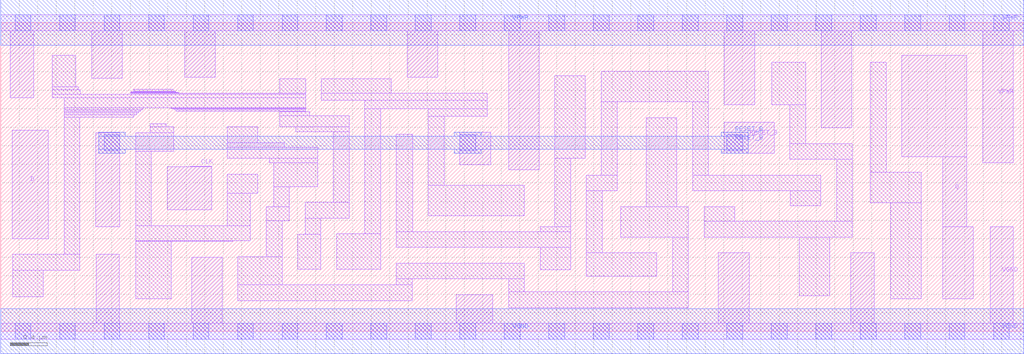
<source format=lef>
# Copyright 2020 The SkyWater PDK Authors
#
# Licensed under the Apache License, Version 2.0 (the "License");
# you may not use this file except in compliance with the License.
# You may obtain a copy of the License at
#
#     https://www.apache.org/licenses/LICENSE-2.0
#
# Unless required by applicable law or agreed to in writing, software
# distributed under the License is distributed on an "AS IS" BASIS,
# WITHOUT WARRANTIES OR CONDITIONS OF ANY KIND, either express or implied.
# See the License for the specific language governing permissions and
# limitations under the License.
#
# SPDX-License-Identifier: Apache-2.0

VERSION 5.7 ;
  NAMESCASESENSITIVE ON ;
  NOWIREEXTENSIONATPIN ON ;
  DIVIDERCHAR "/" ;
  BUSBITCHARS "[]" ;
UNITS
  DATABASE MICRONS 200 ;
END UNITS
MACRO sky130_fd_sc_ls__dfrtp_1
  CLASS CORE ;
  SOURCE USER ;
  FOREIGN sky130_fd_sc_ls__dfrtp_1 ;
  ORIGIN  0.000000  0.000000 ;
  SIZE  11.04000 BY  3.330000 ;
  SYMMETRY X Y R90 ;
  SITE unit ;
  PIN D
    ANTENNAGATEAREA  0.126000 ;
    DIRECTION INPUT ;
    USE SIGNAL ;
    PORT
      LAYER li1 ;
        RECT 0.125000 1.000000 0.515000 2.170000 ;
    END
  END D
  PIN Q
    ANTENNADIFFAREA  0.591700 ;
    DIRECTION OUTPUT ;
    USE SIGNAL ;
    PORT
      LAYER li1 ;
        RECT  9.725000 1.885000 10.425000 2.980000 ;
        RECT 10.165000 0.350000 10.495000 1.130000 ;
        RECT 10.165000 1.130000 10.425000 1.885000 ;
    END
  END Q
  PIN RESET_B
    ANTENNAGATEAREA  0.378000 ;
    DIRECTION INPUT ;
    USE SIGNAL ;
    PORT
      LAYER li1 ;
        RECT 1.025000 1.130000 1.285000 2.140000 ;
        RECT 4.955000 1.795000 5.285000 2.150000 ;
        RECT 7.805000 1.920000 8.345000 2.255000 ;
      LAYER mcon ;
        RECT 1.115000 1.950000 1.285000 2.120000 ;
        RECT 4.955000 1.950000 5.125000 2.120000 ;
        RECT 7.835000 1.950000 8.005000 2.120000 ;
      LAYER met1 ;
        RECT 1.055000 1.920000 1.345000 1.965000 ;
        RECT 1.055000 1.965000 8.065000 2.105000 ;
        RECT 1.055000 2.105000 1.345000 2.150000 ;
        RECT 4.895000 1.920000 5.185000 1.965000 ;
        RECT 4.895000 2.105000 5.185000 2.150000 ;
        RECT 7.775000 1.920000 8.065000 1.965000 ;
        RECT 7.775000 2.105000 8.065000 2.150000 ;
    END
  END RESET_B
  PIN CLK
    ANTENNAGATEAREA  0.261000 ;
    DIRECTION INPUT ;
    USE CLOCK ;
    PORT
      LAYER li1 ;
        RECT 1.795000 1.310000 2.275000 1.775000 ;
        RECT 2.045000 1.775000 2.275000 1.780000 ;
    END
  END CLK
  PIN VGND
    DIRECTION INOUT ;
    SHAPE ABUTMENT ;
    USE GROUND ;
    PORT
      LAYER li1 ;
        RECT  0.000000 -0.085000 11.040000 0.085000 ;
        RECT  1.030000  0.085000  1.280000 0.830000 ;
        RECT  2.060000  0.085000  2.390000 0.800000 ;
        RECT  4.915000  0.085000  5.310000 0.395000 ;
        RECT  7.745000  0.085000  8.075000 0.845000 ;
        RECT  9.175000  0.085000  9.425000 0.845000 ;
        RECT 10.675000  0.085000 10.925000 1.130000 ;
      LAYER mcon ;
        RECT  0.155000 -0.085000  0.325000 0.085000 ;
        RECT  0.635000 -0.085000  0.805000 0.085000 ;
        RECT  1.115000 -0.085000  1.285000 0.085000 ;
        RECT  1.595000 -0.085000  1.765000 0.085000 ;
        RECT  2.075000 -0.085000  2.245000 0.085000 ;
        RECT  2.555000 -0.085000  2.725000 0.085000 ;
        RECT  3.035000 -0.085000  3.205000 0.085000 ;
        RECT  3.515000 -0.085000  3.685000 0.085000 ;
        RECT  3.995000 -0.085000  4.165000 0.085000 ;
        RECT  4.475000 -0.085000  4.645000 0.085000 ;
        RECT  4.955000 -0.085000  5.125000 0.085000 ;
        RECT  5.435000 -0.085000  5.605000 0.085000 ;
        RECT  5.915000 -0.085000  6.085000 0.085000 ;
        RECT  6.395000 -0.085000  6.565000 0.085000 ;
        RECT  6.875000 -0.085000  7.045000 0.085000 ;
        RECT  7.355000 -0.085000  7.525000 0.085000 ;
        RECT  7.835000 -0.085000  8.005000 0.085000 ;
        RECT  8.315000 -0.085000  8.485000 0.085000 ;
        RECT  8.795000 -0.085000  8.965000 0.085000 ;
        RECT  9.275000 -0.085000  9.445000 0.085000 ;
        RECT  9.755000 -0.085000  9.925000 0.085000 ;
        RECT 10.235000 -0.085000 10.405000 0.085000 ;
        RECT 10.715000 -0.085000 10.885000 0.085000 ;
      LAYER met1 ;
        RECT 0.000000 -0.245000 11.040000 0.245000 ;
    END
  END VGND
  PIN VPWR
    DIRECTION INOUT ;
    SHAPE ABUTMENT ;
    USE POWER ;
    PORT
      LAYER li1 ;
        RECT  0.000000 3.245000 11.040000 3.415000 ;
        RECT  0.105000 2.520000  0.355000 3.245000 ;
        RECT  0.980000 2.730000  1.310000 3.245000 ;
        RECT  1.985000 2.740000  2.315000 3.245000 ;
        RECT  4.385000 2.740000  4.715000 3.245000 ;
        RECT  5.480000 1.745000  5.810000 3.245000 ;
        RECT  7.805000 2.445000  8.135000 3.245000 ;
        RECT  8.855000 2.195000  9.185000 3.245000 ;
        RECT 10.595000 1.820000 10.925000 3.245000 ;
      LAYER mcon ;
        RECT  0.155000 3.245000  0.325000 3.415000 ;
        RECT  0.635000 3.245000  0.805000 3.415000 ;
        RECT  1.115000 3.245000  1.285000 3.415000 ;
        RECT  1.595000 3.245000  1.765000 3.415000 ;
        RECT  2.075000 3.245000  2.245000 3.415000 ;
        RECT  2.555000 3.245000  2.725000 3.415000 ;
        RECT  3.035000 3.245000  3.205000 3.415000 ;
        RECT  3.515000 3.245000  3.685000 3.415000 ;
        RECT  3.995000 3.245000  4.165000 3.415000 ;
        RECT  4.475000 3.245000  4.645000 3.415000 ;
        RECT  4.955000 3.245000  5.125000 3.415000 ;
        RECT  5.435000 3.245000  5.605000 3.415000 ;
        RECT  5.915000 3.245000  6.085000 3.415000 ;
        RECT  6.395000 3.245000  6.565000 3.415000 ;
        RECT  6.875000 3.245000  7.045000 3.415000 ;
        RECT  7.355000 3.245000  7.525000 3.415000 ;
        RECT  7.835000 3.245000  8.005000 3.415000 ;
        RECT  8.315000 3.245000  8.485000 3.415000 ;
        RECT  8.795000 3.245000  8.965000 3.415000 ;
        RECT  9.275000 3.245000  9.445000 3.415000 ;
        RECT  9.755000 3.245000  9.925000 3.415000 ;
        RECT 10.235000 3.245000 10.405000 3.415000 ;
        RECT 10.715000 3.245000 10.885000 3.415000 ;
      LAYER met1 ;
        RECT 0.000000 3.085000 11.040000 3.575000 ;
    END
  END VPWR
  OBS
    LAYER li1 ;
      RECT 0.130000 0.370000 0.460000 0.660000 ;
      RECT 0.130000 0.660000 0.855000 0.830000 ;
      RECT 0.555000 2.520000 3.290000 2.560000 ;
      RECT 0.555000 2.560000 0.860000 2.605000 ;
      RECT 0.555000 2.605000 0.835000 2.640000 ;
      RECT 0.555000 2.640000 0.810000 2.980000 ;
      RECT 0.685000 0.830000 0.855000 2.310000 ;
      RECT 0.685000 2.310000 1.435000 2.335000 ;
      RECT 0.685000 2.335000 1.465000 2.360000 ;
      RECT 0.685000 2.360000 1.490000 2.375000 ;
      RECT 0.685000 2.375000 1.510000 2.390000 ;
      RECT 0.685000 2.390000 1.530000 2.410000 ;
      RECT 0.685000 2.410000 3.290000 2.520000 ;
      RECT 1.405000 2.560000 3.290000 2.570000 ;
      RECT 1.405000 2.570000 1.925000 2.575000 ;
      RECT 1.405000 2.575000 1.910000 2.580000 ;
      RECT 1.405000 2.580000 1.890000 2.585000 ;
      RECT 1.435000 2.585000 1.890000 2.590000 ;
      RECT 1.435000 2.590000 1.860000 2.610000 ;
      RECT 1.455000 0.350000 1.840000 0.970000 ;
      RECT 1.455000 0.970000 2.505000 0.975000 ;
      RECT 1.455000 0.975000 2.695000 1.140000 ;
      RECT 1.455000 1.140000 1.625000 1.945000 ;
      RECT 1.455000 1.945000 1.865000 2.140000 ;
      RECT 1.615000 2.140000 1.865000 2.205000 ;
      RECT 1.615000 2.205000 1.785000 2.240000 ;
      RECT 1.835000 2.405000 3.290000 2.410000 ;
      RECT 1.850000 2.400000 3.290000 2.405000 ;
      RECT 1.870000 2.390000 3.290000 2.400000 ;
      RECT 1.895000 2.375000 3.290000 2.390000 ;
      RECT 2.445000 1.140000 2.695000 1.490000 ;
      RECT 2.445000 1.490000 2.775000 1.695000 ;
      RECT 2.445000 1.865000 3.420000 1.985000 ;
      RECT 2.445000 1.985000 3.060000 2.035000 ;
      RECT 2.445000 2.035000 2.775000 2.205000 ;
      RECT 2.560000 0.330000 4.440000 0.500000 ;
      RECT 2.560000 0.500000 3.035000 0.805000 ;
      RECT 2.865000 0.805000 3.035000 1.195000 ;
      RECT 2.865000 1.195000 3.115000 1.345000 ;
      RECT 2.900000 1.820000 3.420000 1.865000 ;
      RECT 2.945000 1.345000 3.115000 1.560000 ;
      RECT 2.945000 1.560000 3.420000 1.820000 ;
      RECT 3.010000 2.205000 3.760000 2.325000 ;
      RECT 3.010000 2.325000 3.335000 2.370000 ;
      RECT 3.010000 2.370000 3.290000 2.375000 ;
      RECT 3.010000 2.570000 3.290000 2.725000 ;
      RECT 3.185000 2.155000 3.760000 2.205000 ;
      RECT 3.205000 0.670000 3.455000 1.045000 ;
      RECT 3.285000 1.045000 3.455000 1.220000 ;
      RECT 3.285000 1.220000 3.760000 1.390000 ;
      RECT 3.460000 2.495000 5.250000 2.570000 ;
      RECT 3.460000 2.570000 4.215000 2.725000 ;
      RECT 3.590000 1.390000 3.760000 2.155000 ;
      RECT 3.625000 0.670000 4.100000 1.050000 ;
      RECT 3.930000 1.050000 4.100000 2.400000 ;
      RECT 3.930000 2.400000 5.250000 2.495000 ;
      RECT 4.270000 0.500000 4.440000 0.565000 ;
      RECT 4.270000 0.565000 5.650000 0.735000 ;
      RECT 4.270000 0.905000 6.150000 1.075000 ;
      RECT 4.270000 1.075000 4.445000 2.125000 ;
      RECT 4.615000 1.245000 5.650000 1.575000 ;
      RECT 4.615000 1.575000 4.785000 2.320000 ;
      RECT 4.615000 2.320000 5.250000 2.400000 ;
      RECT 5.480000 0.255000 7.420000 0.425000 ;
      RECT 5.480000 0.425000 5.650000 0.565000 ;
      RECT 5.820000 0.665000 6.150000 0.905000 ;
      RECT 5.820000 1.075000 6.150000 1.130000 ;
      RECT 5.980000 1.130000 6.150000 1.865000 ;
      RECT 5.980000 1.865000 6.310000 2.755000 ;
      RECT 6.320000 0.595000 7.080000 0.845000 ;
      RECT 6.320000 0.845000 6.490000 1.515000 ;
      RECT 6.320000 1.515000 6.650000 1.685000 ;
      RECT 6.480000 1.685000 6.650000 2.475000 ;
      RECT 6.480000 2.475000 7.635000 2.805000 ;
      RECT 6.690000 1.015000 7.420000 1.345000 ;
      RECT 6.965000 1.345000 7.295000 2.305000 ;
      RECT 7.250000 0.425000 7.420000 1.015000 ;
      RECT 7.465000 1.515000 8.850000 1.685000 ;
      RECT 7.465000 1.685000 7.635000 2.475000 ;
      RECT 7.590000 1.015000 9.190000 1.185000 ;
      RECT 7.590000 1.185000 7.920000 1.345000 ;
      RECT 8.320000 2.445000 8.685000 2.905000 ;
      RECT 8.515000 1.855000 9.190000 2.025000 ;
      RECT 8.515000 2.025000 8.685000 2.445000 ;
      RECT 8.520000 1.355000 8.850000 1.515000 ;
      RECT 8.615000 0.385000 8.945000 1.015000 ;
      RECT 9.020000 1.185000 9.190000 1.855000 ;
      RECT 9.385000 1.385000 9.935000 1.715000 ;
      RECT 9.385000 1.715000 9.555000 2.905000 ;
      RECT 9.605000 0.350000 9.935000 1.385000 ;
  END
END sky130_fd_sc_ls__dfrtp_1

</source>
